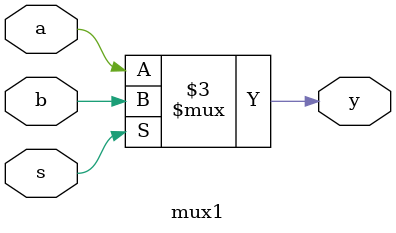
<source format=sv>
module mux1 (output logic y, input logic a, b, s);

always_comb
  if (s)
    y = b;
  else
    y = a;

endmodule

</source>
